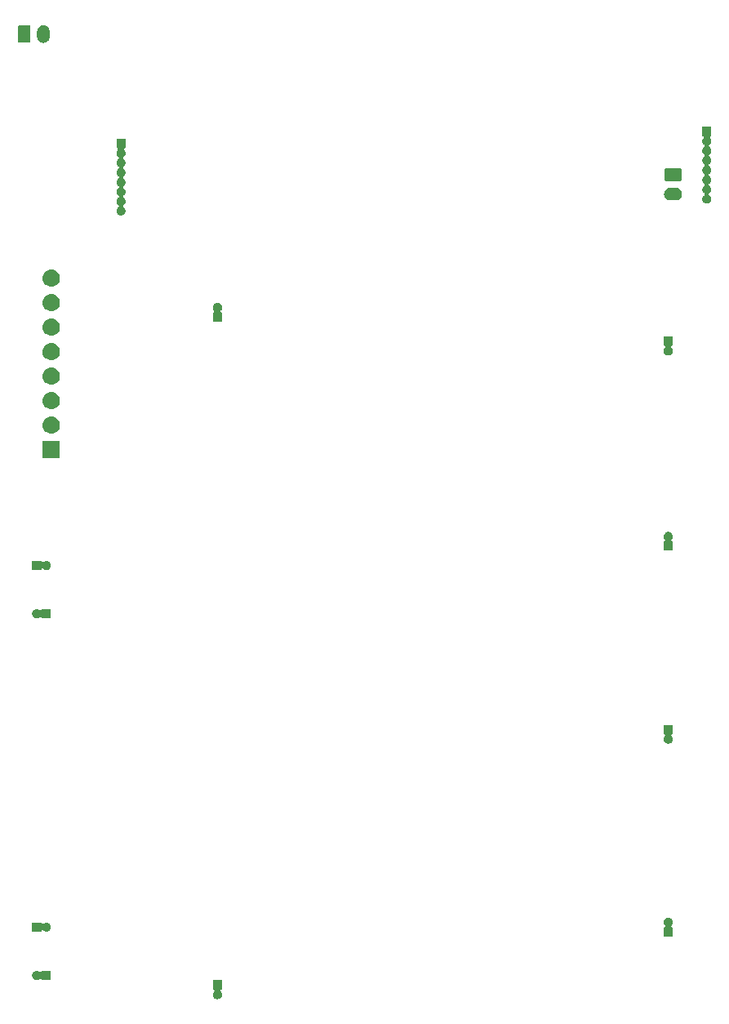
<source format=gbr>
G04 #@! TF.GenerationSoftware,KiCad,Pcbnew,(5.1.2)-2*
G04 #@! TF.CreationDate,2019-07-18T11:18:45-04:00*
G04 #@! TF.ProjectId,Burt,42757274-2e6b-4696-9361-645f70636258,rev?*
G04 #@! TF.SameCoordinates,Original*
G04 #@! TF.FileFunction,Soldermask,Bot*
G04 #@! TF.FilePolarity,Negative*
%FSLAX46Y46*%
G04 Gerber Fmt 4.6, Leading zero omitted, Abs format (unit mm)*
G04 Created by KiCad (PCBNEW (5.1.2)-2) date 2019-07-18 11:18:45*
%MOMM*%
%LPD*%
G04 APERTURE LIST*
%ADD10C,0.100000*%
G04 APERTURE END LIST*
D10*
G36*
X14226000Y-40976000D02*
G01*
X14200025Y-40976000D01*
X14175639Y-40978402D01*
X14152190Y-40985515D01*
X14130579Y-40997066D01*
X14111637Y-41012611D01*
X14096092Y-41031553D01*
X14084541Y-41053164D01*
X14077428Y-41076613D01*
X14075026Y-41100999D01*
X14077428Y-41125385D01*
X14084541Y-41148834D01*
X14103396Y-41180292D01*
X14147694Y-41234269D01*
X14191894Y-41316961D01*
X14219113Y-41406688D01*
X14228303Y-41500000D01*
X14219113Y-41593312D01*
X14191894Y-41683039D01*
X14147694Y-41765731D01*
X14088211Y-41838211D01*
X14015731Y-41897694D01*
X13933039Y-41941894D01*
X13843312Y-41969113D01*
X13773384Y-41976000D01*
X13726616Y-41976000D01*
X13656688Y-41969113D01*
X13566961Y-41941894D01*
X13484269Y-41897694D01*
X13411789Y-41838211D01*
X13352306Y-41765731D01*
X13308106Y-41683039D01*
X13280887Y-41593312D01*
X13271697Y-41500000D01*
X13280887Y-41406688D01*
X13308106Y-41316961D01*
X13352306Y-41234269D01*
X13396606Y-41180289D01*
X13410214Y-41159923D01*
X13419592Y-41137284D01*
X13424372Y-41113251D01*
X13424372Y-41088747D01*
X13419592Y-41064714D01*
X13410214Y-41042075D01*
X13396600Y-41021700D01*
X13379273Y-41004373D01*
X13358899Y-40990760D01*
X13336260Y-40981382D01*
X13299975Y-40976000D01*
X13274000Y-40976000D01*
X13274000Y-40024000D01*
X14226000Y-40024000D01*
X14226000Y-40976000D01*
X14226000Y-40976000D01*
G37*
G36*
X-4906688Y-39030887D02*
G01*
X-4816961Y-39058106D01*
X-4734269Y-39102306D01*
X-4680289Y-39146606D01*
X-4659923Y-39160214D01*
X-4637284Y-39169592D01*
X-4613251Y-39174372D01*
X-4588747Y-39174372D01*
X-4564714Y-39169592D01*
X-4542075Y-39160214D01*
X-4521700Y-39146600D01*
X-4504373Y-39129273D01*
X-4490760Y-39108899D01*
X-4481382Y-39086260D01*
X-4476000Y-39049975D01*
X-4476000Y-39024000D01*
X-3524000Y-39024000D01*
X-3524000Y-39976000D01*
X-4476000Y-39976000D01*
X-4476000Y-39950025D01*
X-4478402Y-39925639D01*
X-4485515Y-39902190D01*
X-4497066Y-39880579D01*
X-4512611Y-39861637D01*
X-4531553Y-39846092D01*
X-4553164Y-39834541D01*
X-4576613Y-39827428D01*
X-4600999Y-39825026D01*
X-4625385Y-39827428D01*
X-4648834Y-39834541D01*
X-4680292Y-39853396D01*
X-4734269Y-39897694D01*
X-4816961Y-39941894D01*
X-4906688Y-39969113D01*
X-4976616Y-39976000D01*
X-5023384Y-39976000D01*
X-5093312Y-39969113D01*
X-5183039Y-39941894D01*
X-5265731Y-39897694D01*
X-5338211Y-39838211D01*
X-5397694Y-39765731D01*
X-5441894Y-39683039D01*
X-5469113Y-39593312D01*
X-5478303Y-39500000D01*
X-5469113Y-39406688D01*
X-5441894Y-39316961D01*
X-5397694Y-39234269D01*
X-5338211Y-39161789D01*
X-5265731Y-39102306D01*
X-5183039Y-39058106D01*
X-5093312Y-39030887D01*
X-5023384Y-39024000D01*
X-4976616Y-39024000D01*
X-4906688Y-39030887D01*
X-4906688Y-39030887D01*
G37*
G36*
X60593312Y-33530887D02*
G01*
X60683039Y-33558106D01*
X60765731Y-33602306D01*
X60838211Y-33661789D01*
X60897694Y-33734269D01*
X60941894Y-33816961D01*
X60969113Y-33906688D01*
X60978303Y-34000000D01*
X60969113Y-34093312D01*
X60941894Y-34183039D01*
X60897694Y-34265731D01*
X60853394Y-34319711D01*
X60839786Y-34340077D01*
X60830408Y-34362716D01*
X60825628Y-34386749D01*
X60825628Y-34411253D01*
X60830408Y-34435286D01*
X60839786Y-34457925D01*
X60853400Y-34478300D01*
X60870727Y-34495627D01*
X60891101Y-34509240D01*
X60913740Y-34518618D01*
X60950025Y-34524000D01*
X60976000Y-34524000D01*
X60976000Y-35476000D01*
X60024000Y-35476000D01*
X60024000Y-34524000D01*
X60049975Y-34524000D01*
X60074361Y-34521598D01*
X60097810Y-34514485D01*
X60119421Y-34502934D01*
X60138363Y-34487389D01*
X60153908Y-34468447D01*
X60165459Y-34446836D01*
X60172572Y-34423387D01*
X60174974Y-34399001D01*
X60172572Y-34374615D01*
X60165459Y-34351166D01*
X60146604Y-34319708D01*
X60102306Y-34265731D01*
X60058106Y-34183039D01*
X60030887Y-34093312D01*
X60021697Y-34000000D01*
X60030887Y-33906688D01*
X60058106Y-33816961D01*
X60102306Y-33734269D01*
X60161789Y-33661789D01*
X60234269Y-33602306D01*
X60316961Y-33558106D01*
X60406688Y-33530887D01*
X60476616Y-33524000D01*
X60523384Y-33524000D01*
X60593312Y-33530887D01*
X60593312Y-33530887D01*
G37*
G36*
X-4524000Y-34049975D02*
G01*
X-4521598Y-34074361D01*
X-4514485Y-34097810D01*
X-4502934Y-34119421D01*
X-4487389Y-34138363D01*
X-4468447Y-34153908D01*
X-4446836Y-34165459D01*
X-4423387Y-34172572D01*
X-4399001Y-34174974D01*
X-4374615Y-34172572D01*
X-4351166Y-34165459D01*
X-4319708Y-34146604D01*
X-4265731Y-34102306D01*
X-4183039Y-34058106D01*
X-4093312Y-34030887D01*
X-4023384Y-34024000D01*
X-3976616Y-34024000D01*
X-3906688Y-34030887D01*
X-3816961Y-34058106D01*
X-3734269Y-34102306D01*
X-3661789Y-34161789D01*
X-3602306Y-34234269D01*
X-3558106Y-34316961D01*
X-3530887Y-34406688D01*
X-3521697Y-34500000D01*
X-3530887Y-34593312D01*
X-3558106Y-34683039D01*
X-3602306Y-34765731D01*
X-3661789Y-34838211D01*
X-3734269Y-34897694D01*
X-3816961Y-34941894D01*
X-3906688Y-34969113D01*
X-3976616Y-34976000D01*
X-4023384Y-34976000D01*
X-4093312Y-34969113D01*
X-4183039Y-34941894D01*
X-4265731Y-34897694D01*
X-4319711Y-34853394D01*
X-4340077Y-34839786D01*
X-4362716Y-34830408D01*
X-4386749Y-34825628D01*
X-4411253Y-34825628D01*
X-4435286Y-34830408D01*
X-4457925Y-34839786D01*
X-4478300Y-34853400D01*
X-4495627Y-34870727D01*
X-4509240Y-34891101D01*
X-4518618Y-34913740D01*
X-4524000Y-34950025D01*
X-4524000Y-34976000D01*
X-5476000Y-34976000D01*
X-5476000Y-34024000D01*
X-4524000Y-34024000D01*
X-4524000Y-34049975D01*
X-4524000Y-34049975D01*
G37*
G36*
X60976000Y-14476000D02*
G01*
X60950025Y-14476000D01*
X60925639Y-14478402D01*
X60902190Y-14485515D01*
X60880579Y-14497066D01*
X60861637Y-14512611D01*
X60846092Y-14531553D01*
X60834541Y-14553164D01*
X60827428Y-14576613D01*
X60825026Y-14600999D01*
X60827428Y-14625385D01*
X60834541Y-14648834D01*
X60853396Y-14680292D01*
X60897694Y-14734269D01*
X60941894Y-14816961D01*
X60969113Y-14906688D01*
X60978303Y-15000000D01*
X60969113Y-15093312D01*
X60941894Y-15183039D01*
X60897694Y-15265731D01*
X60838211Y-15338211D01*
X60765731Y-15397694D01*
X60683039Y-15441894D01*
X60593312Y-15469113D01*
X60523384Y-15476000D01*
X60476616Y-15476000D01*
X60406688Y-15469113D01*
X60316961Y-15441894D01*
X60234269Y-15397694D01*
X60161789Y-15338211D01*
X60102306Y-15265731D01*
X60058106Y-15183039D01*
X60030887Y-15093312D01*
X60021697Y-15000000D01*
X60030887Y-14906688D01*
X60058106Y-14816961D01*
X60102306Y-14734269D01*
X60146606Y-14680289D01*
X60160214Y-14659923D01*
X60169592Y-14637284D01*
X60174372Y-14613251D01*
X60174372Y-14588747D01*
X60169592Y-14564714D01*
X60160214Y-14542075D01*
X60146600Y-14521700D01*
X60129273Y-14504373D01*
X60108899Y-14490760D01*
X60086260Y-14481382D01*
X60049975Y-14476000D01*
X60024000Y-14476000D01*
X60024000Y-13524000D01*
X60976000Y-13524000D01*
X60976000Y-14476000D01*
X60976000Y-14476000D01*
G37*
G36*
X-4906688Y-1530887D02*
G01*
X-4816961Y-1558106D01*
X-4734269Y-1602306D01*
X-4680289Y-1646606D01*
X-4659923Y-1660214D01*
X-4637284Y-1669592D01*
X-4613251Y-1674372D01*
X-4588747Y-1674372D01*
X-4564714Y-1669592D01*
X-4542075Y-1660214D01*
X-4521700Y-1646600D01*
X-4504373Y-1629273D01*
X-4490760Y-1608899D01*
X-4481382Y-1586260D01*
X-4476000Y-1549975D01*
X-4476000Y-1524000D01*
X-3524000Y-1524000D01*
X-3524000Y-2476000D01*
X-4476000Y-2476000D01*
X-4476000Y-2450025D01*
X-4478402Y-2425639D01*
X-4485515Y-2402190D01*
X-4497066Y-2380579D01*
X-4512611Y-2361637D01*
X-4531553Y-2346092D01*
X-4553164Y-2334541D01*
X-4576613Y-2327428D01*
X-4600999Y-2325026D01*
X-4625385Y-2327428D01*
X-4648834Y-2334541D01*
X-4680292Y-2353396D01*
X-4734269Y-2397694D01*
X-4816961Y-2441894D01*
X-4906688Y-2469113D01*
X-4976616Y-2476000D01*
X-5023384Y-2476000D01*
X-5093312Y-2469113D01*
X-5183039Y-2441894D01*
X-5265731Y-2397694D01*
X-5338211Y-2338211D01*
X-5397694Y-2265731D01*
X-5441894Y-2183039D01*
X-5469113Y-2093312D01*
X-5478303Y-2000000D01*
X-5469113Y-1906688D01*
X-5441894Y-1816961D01*
X-5397694Y-1734269D01*
X-5338211Y-1661789D01*
X-5265731Y-1602306D01*
X-5183039Y-1558106D01*
X-5093312Y-1530887D01*
X-5023384Y-1524000D01*
X-4976616Y-1524000D01*
X-4906688Y-1530887D01*
X-4906688Y-1530887D01*
G37*
G36*
X-4524000Y3450025D02*
G01*
X-4521598Y3425639D01*
X-4514485Y3402190D01*
X-4502934Y3380579D01*
X-4487389Y3361637D01*
X-4468447Y3346092D01*
X-4446836Y3334541D01*
X-4423387Y3327428D01*
X-4399001Y3325026D01*
X-4374615Y3327428D01*
X-4351166Y3334541D01*
X-4319708Y3353396D01*
X-4265731Y3397694D01*
X-4183039Y3441894D01*
X-4093312Y3469113D01*
X-4023384Y3476000D01*
X-3976616Y3476000D01*
X-3906688Y3469113D01*
X-3816961Y3441894D01*
X-3734269Y3397694D01*
X-3661789Y3338211D01*
X-3602306Y3265731D01*
X-3558106Y3183039D01*
X-3530887Y3093312D01*
X-3521697Y3000000D01*
X-3530887Y2906688D01*
X-3558106Y2816961D01*
X-3602306Y2734269D01*
X-3661789Y2661789D01*
X-3734269Y2602306D01*
X-3816961Y2558106D01*
X-3906688Y2530887D01*
X-3976616Y2524000D01*
X-4023384Y2524000D01*
X-4093312Y2530887D01*
X-4183039Y2558106D01*
X-4265731Y2602306D01*
X-4319711Y2646606D01*
X-4340077Y2660214D01*
X-4362716Y2669592D01*
X-4386749Y2674372D01*
X-4411253Y2674372D01*
X-4435286Y2669592D01*
X-4457925Y2660214D01*
X-4478300Y2646600D01*
X-4495627Y2629273D01*
X-4509240Y2608899D01*
X-4518618Y2586260D01*
X-4524000Y2549975D01*
X-4524000Y2524000D01*
X-5476000Y2524000D01*
X-5476000Y3476000D01*
X-4524000Y3476000D01*
X-4524000Y3450025D01*
X-4524000Y3450025D01*
G37*
G36*
X60593312Y6469113D02*
G01*
X60683039Y6441894D01*
X60765731Y6397694D01*
X60838211Y6338211D01*
X60897694Y6265731D01*
X60941894Y6183039D01*
X60969113Y6093312D01*
X60978303Y6000000D01*
X60969113Y5906688D01*
X60941894Y5816961D01*
X60897694Y5734269D01*
X60853394Y5680289D01*
X60839786Y5659923D01*
X60830408Y5637284D01*
X60825628Y5613251D01*
X60825628Y5588747D01*
X60830408Y5564714D01*
X60839786Y5542075D01*
X60853400Y5521700D01*
X60870727Y5504373D01*
X60891101Y5490760D01*
X60913740Y5481382D01*
X60950025Y5476000D01*
X60976000Y5476000D01*
X60976000Y4524000D01*
X60024000Y4524000D01*
X60024000Y5476000D01*
X60049975Y5476000D01*
X60074361Y5478402D01*
X60097810Y5485515D01*
X60119421Y5497066D01*
X60138363Y5512611D01*
X60153908Y5531553D01*
X60165459Y5553164D01*
X60172572Y5576613D01*
X60174974Y5600999D01*
X60172572Y5625385D01*
X60165459Y5648834D01*
X60146604Y5680292D01*
X60102306Y5734269D01*
X60058106Y5816961D01*
X60030887Y5906688D01*
X60021697Y6000000D01*
X60030887Y6093312D01*
X60058106Y6183039D01*
X60102306Y6265731D01*
X60161789Y6338211D01*
X60234269Y6397694D01*
X60316961Y6441894D01*
X60406688Y6469113D01*
X60476616Y6476000D01*
X60523384Y6476000D01*
X60593312Y6469113D01*
X60593312Y6469113D01*
G37*
G36*
X-2599000Y14099000D02*
G01*
X-4401000Y14099000D01*
X-4401000Y15901000D01*
X-2599000Y15901000D01*
X-2599000Y14099000D01*
X-2599000Y14099000D01*
G37*
G36*
X-3389557Y18434481D02*
G01*
X-3323373Y18427963D01*
X-3153534Y18376443D01*
X-2997009Y18292778D01*
X-2961271Y18263448D01*
X-2859814Y18180186D01*
X-2776552Y18078729D01*
X-2747222Y18042991D01*
X-2663557Y17886466D01*
X-2612037Y17716627D01*
X-2594641Y17540000D01*
X-2612037Y17363373D01*
X-2663557Y17193534D01*
X-2747222Y17037009D01*
X-2776552Y17001271D01*
X-2859814Y16899814D01*
X-2961271Y16816552D01*
X-2997009Y16787222D01*
X-3153534Y16703557D01*
X-3323373Y16652037D01*
X-3389558Y16645518D01*
X-3455740Y16639000D01*
X-3544260Y16639000D01*
X-3610442Y16645518D01*
X-3676627Y16652037D01*
X-3846466Y16703557D01*
X-4002991Y16787222D01*
X-4038729Y16816552D01*
X-4140186Y16899814D01*
X-4223448Y17001271D01*
X-4252778Y17037009D01*
X-4336443Y17193534D01*
X-4387963Y17363373D01*
X-4405359Y17540000D01*
X-4387963Y17716627D01*
X-4336443Y17886466D01*
X-4252778Y18042991D01*
X-4223448Y18078729D01*
X-4140186Y18180186D01*
X-4038729Y18263448D01*
X-4002991Y18292778D01*
X-3846466Y18376443D01*
X-3676627Y18427963D01*
X-3610443Y18434481D01*
X-3544260Y18441000D01*
X-3455740Y18441000D01*
X-3389557Y18434481D01*
X-3389557Y18434481D01*
G37*
G36*
X-3389557Y20974481D02*
G01*
X-3323373Y20967963D01*
X-3153534Y20916443D01*
X-2997009Y20832778D01*
X-2961271Y20803448D01*
X-2859814Y20720186D01*
X-2776552Y20618729D01*
X-2747222Y20582991D01*
X-2663557Y20426466D01*
X-2612037Y20256627D01*
X-2594641Y20080000D01*
X-2612037Y19903373D01*
X-2663557Y19733534D01*
X-2747222Y19577009D01*
X-2776552Y19541271D01*
X-2859814Y19439814D01*
X-2961271Y19356552D01*
X-2997009Y19327222D01*
X-3153534Y19243557D01*
X-3323373Y19192037D01*
X-3389558Y19185518D01*
X-3455740Y19179000D01*
X-3544260Y19179000D01*
X-3610442Y19185518D01*
X-3676627Y19192037D01*
X-3846466Y19243557D01*
X-4002991Y19327222D01*
X-4038729Y19356552D01*
X-4140186Y19439814D01*
X-4223448Y19541271D01*
X-4252778Y19577009D01*
X-4336443Y19733534D01*
X-4387963Y19903373D01*
X-4405359Y20080000D01*
X-4387963Y20256627D01*
X-4336443Y20426466D01*
X-4252778Y20582991D01*
X-4223448Y20618729D01*
X-4140186Y20720186D01*
X-4038729Y20803448D01*
X-4002991Y20832778D01*
X-3846466Y20916443D01*
X-3676627Y20967963D01*
X-3610443Y20974481D01*
X-3544260Y20981000D01*
X-3455740Y20981000D01*
X-3389557Y20974481D01*
X-3389557Y20974481D01*
G37*
G36*
X-3389558Y23514482D02*
G01*
X-3323373Y23507963D01*
X-3153534Y23456443D01*
X-2997009Y23372778D01*
X-2961271Y23343448D01*
X-2859814Y23260186D01*
X-2776552Y23158729D01*
X-2747222Y23122991D01*
X-2663557Y22966466D01*
X-2612037Y22796627D01*
X-2594641Y22620000D01*
X-2612037Y22443373D01*
X-2663557Y22273534D01*
X-2747222Y22117009D01*
X-2776552Y22081271D01*
X-2859814Y21979814D01*
X-2961271Y21896552D01*
X-2997009Y21867222D01*
X-3153534Y21783557D01*
X-3323373Y21732037D01*
X-3389558Y21725518D01*
X-3455740Y21719000D01*
X-3544260Y21719000D01*
X-3610442Y21725518D01*
X-3676627Y21732037D01*
X-3846466Y21783557D01*
X-4002991Y21867222D01*
X-4038729Y21896552D01*
X-4140186Y21979814D01*
X-4223448Y22081271D01*
X-4252778Y22117009D01*
X-4336443Y22273534D01*
X-4387963Y22443373D01*
X-4405359Y22620000D01*
X-4387963Y22796627D01*
X-4336443Y22966466D01*
X-4252778Y23122991D01*
X-4223448Y23158729D01*
X-4140186Y23260186D01*
X-4038729Y23343448D01*
X-4002991Y23372778D01*
X-3846466Y23456443D01*
X-3676627Y23507963D01*
X-3610442Y23514482D01*
X-3544260Y23521000D01*
X-3455740Y23521000D01*
X-3389558Y23514482D01*
X-3389558Y23514482D01*
G37*
G36*
X-3389558Y26054482D02*
G01*
X-3323373Y26047963D01*
X-3153534Y25996443D01*
X-2997009Y25912778D01*
X-2961271Y25883448D01*
X-2859814Y25800186D01*
X-2776552Y25698729D01*
X-2747222Y25662991D01*
X-2663557Y25506466D01*
X-2612037Y25336627D01*
X-2594641Y25160000D01*
X-2612037Y24983373D01*
X-2633752Y24911789D01*
X-2663558Y24813532D01*
X-2705389Y24735272D01*
X-2747222Y24657009D01*
X-2776552Y24621271D01*
X-2859814Y24519814D01*
X-2961271Y24436552D01*
X-2997009Y24407222D01*
X-3153534Y24323557D01*
X-3323373Y24272037D01*
X-3389558Y24265518D01*
X-3455740Y24259000D01*
X-3544260Y24259000D01*
X-3610442Y24265518D01*
X-3676627Y24272037D01*
X-3846466Y24323557D01*
X-4002991Y24407222D01*
X-4038729Y24436552D01*
X-4140186Y24519814D01*
X-4223448Y24621271D01*
X-4252778Y24657009D01*
X-4294611Y24735272D01*
X-4336442Y24813532D01*
X-4366248Y24911789D01*
X-4387963Y24983373D01*
X-4405359Y25160000D01*
X-4387963Y25336627D01*
X-4336443Y25506466D01*
X-4252778Y25662991D01*
X-4223448Y25698729D01*
X-4140186Y25800186D01*
X-4038729Y25883448D01*
X-4002991Y25912778D01*
X-3846466Y25996443D01*
X-3676627Y26047963D01*
X-3610442Y26054482D01*
X-3544260Y26061000D01*
X-3455740Y26061000D01*
X-3389558Y26054482D01*
X-3389558Y26054482D01*
G37*
G36*
X60976000Y25774000D02*
G01*
X60950025Y25774000D01*
X60925639Y25771598D01*
X60902190Y25764485D01*
X60880579Y25752934D01*
X60861637Y25737389D01*
X60846092Y25718447D01*
X60834541Y25696836D01*
X60827428Y25673387D01*
X60825026Y25649001D01*
X60827428Y25624615D01*
X60834541Y25601166D01*
X60853396Y25569708D01*
X60897694Y25515731D01*
X60941894Y25433039D01*
X60969113Y25343312D01*
X60978303Y25250000D01*
X60969113Y25156688D01*
X60941894Y25066961D01*
X60897694Y24984269D01*
X60838211Y24911789D01*
X60765731Y24852306D01*
X60683039Y24808106D01*
X60593312Y24780887D01*
X60523384Y24774000D01*
X60476616Y24774000D01*
X60406688Y24780887D01*
X60316961Y24808106D01*
X60234269Y24852306D01*
X60161789Y24911789D01*
X60102306Y24984269D01*
X60058106Y25066961D01*
X60030887Y25156688D01*
X60021697Y25250000D01*
X60030887Y25343312D01*
X60058106Y25433039D01*
X60102306Y25515731D01*
X60146606Y25569711D01*
X60160214Y25590077D01*
X60169592Y25612716D01*
X60174372Y25636749D01*
X60174372Y25661253D01*
X60169592Y25685286D01*
X60160214Y25707925D01*
X60146600Y25728300D01*
X60129273Y25745627D01*
X60108899Y25759240D01*
X60086260Y25768618D01*
X60049975Y25774000D01*
X60024000Y25774000D01*
X60024000Y26726000D01*
X60976000Y26726000D01*
X60976000Y25774000D01*
X60976000Y25774000D01*
G37*
G36*
X-3389558Y28594482D02*
G01*
X-3323373Y28587963D01*
X-3153534Y28536443D01*
X-2997009Y28452778D01*
X-2961271Y28423448D01*
X-2859814Y28340186D01*
X-2776552Y28238729D01*
X-2747222Y28202991D01*
X-2663557Y28046466D01*
X-2612037Y27876627D01*
X-2594641Y27700000D01*
X-2612037Y27523373D01*
X-2663557Y27353534D01*
X-2747222Y27197009D01*
X-2776552Y27161271D01*
X-2859814Y27059814D01*
X-2961271Y26976552D01*
X-2997009Y26947222D01*
X-3153534Y26863557D01*
X-3323373Y26812037D01*
X-3389558Y26805518D01*
X-3455740Y26799000D01*
X-3544260Y26799000D01*
X-3610442Y26805518D01*
X-3676627Y26812037D01*
X-3846466Y26863557D01*
X-4002991Y26947222D01*
X-4038729Y26976552D01*
X-4140186Y27059814D01*
X-4223448Y27161271D01*
X-4252778Y27197009D01*
X-4336443Y27353534D01*
X-4387963Y27523373D01*
X-4405359Y27700000D01*
X-4387963Y27876627D01*
X-4336443Y28046466D01*
X-4252778Y28202991D01*
X-4223448Y28238729D01*
X-4140186Y28340186D01*
X-4038729Y28423448D01*
X-4002991Y28452778D01*
X-3846466Y28536443D01*
X-3676627Y28587963D01*
X-3610442Y28594482D01*
X-3544260Y28601000D01*
X-3455740Y28601000D01*
X-3389558Y28594482D01*
X-3389558Y28594482D01*
G37*
G36*
X13843312Y30219113D02*
G01*
X13933039Y30191894D01*
X14015731Y30147694D01*
X14088211Y30088211D01*
X14147694Y30015731D01*
X14191894Y29933039D01*
X14219113Y29843312D01*
X14228303Y29750000D01*
X14219113Y29656688D01*
X14191894Y29566961D01*
X14147694Y29484269D01*
X14103394Y29430289D01*
X14089786Y29409923D01*
X14080408Y29387284D01*
X14075628Y29363251D01*
X14075628Y29338747D01*
X14080408Y29314714D01*
X14089786Y29292075D01*
X14103400Y29271700D01*
X14120727Y29254373D01*
X14141101Y29240760D01*
X14163740Y29231382D01*
X14200025Y29226000D01*
X14226000Y29226000D01*
X14226000Y28274000D01*
X13274000Y28274000D01*
X13274000Y29226000D01*
X13299975Y29226000D01*
X13324361Y29228402D01*
X13347810Y29235515D01*
X13369421Y29247066D01*
X13388363Y29262611D01*
X13403908Y29281553D01*
X13415459Y29303164D01*
X13422572Y29326613D01*
X13424974Y29350999D01*
X13422572Y29375385D01*
X13415459Y29398834D01*
X13396604Y29430292D01*
X13352306Y29484269D01*
X13308106Y29566961D01*
X13280887Y29656688D01*
X13271697Y29750000D01*
X13280887Y29843312D01*
X13308106Y29933039D01*
X13352306Y30015731D01*
X13411789Y30088211D01*
X13484269Y30147694D01*
X13566961Y30191894D01*
X13656688Y30219113D01*
X13726616Y30226000D01*
X13773384Y30226000D01*
X13843312Y30219113D01*
X13843312Y30219113D01*
G37*
G36*
X-3389557Y31134481D02*
G01*
X-3323373Y31127963D01*
X-3153534Y31076443D01*
X-2997009Y30992778D01*
X-2961271Y30963448D01*
X-2859814Y30880186D01*
X-2776552Y30778729D01*
X-2747222Y30742991D01*
X-2663557Y30586466D01*
X-2612037Y30416627D01*
X-2594641Y30240000D01*
X-2612037Y30063373D01*
X-2663557Y29893534D01*
X-2747222Y29737009D01*
X-2776552Y29701271D01*
X-2859814Y29599814D01*
X-2961271Y29516552D01*
X-2997009Y29487222D01*
X-3153534Y29403557D01*
X-3323373Y29352037D01*
X-3389558Y29345518D01*
X-3455740Y29339000D01*
X-3544260Y29339000D01*
X-3610442Y29345518D01*
X-3676627Y29352037D01*
X-3846466Y29403557D01*
X-4002991Y29487222D01*
X-4038729Y29516552D01*
X-4140186Y29599814D01*
X-4223448Y29701271D01*
X-4252778Y29737009D01*
X-4336443Y29893534D01*
X-4387963Y30063373D01*
X-4405359Y30240000D01*
X-4387963Y30416627D01*
X-4336443Y30586466D01*
X-4252778Y30742991D01*
X-4223448Y30778729D01*
X-4140186Y30880186D01*
X-4038729Y30963448D01*
X-4002991Y30992778D01*
X-3846466Y31076443D01*
X-3676627Y31127963D01*
X-3610443Y31134481D01*
X-3544260Y31141000D01*
X-3455740Y31141000D01*
X-3389557Y31134481D01*
X-3389557Y31134481D01*
G37*
G36*
X-3389558Y33674482D02*
G01*
X-3323373Y33667963D01*
X-3153534Y33616443D01*
X-2997009Y33532778D01*
X-2961271Y33503448D01*
X-2859814Y33420186D01*
X-2776552Y33318729D01*
X-2747222Y33282991D01*
X-2663557Y33126466D01*
X-2612037Y32956627D01*
X-2594641Y32780000D01*
X-2612037Y32603373D01*
X-2663557Y32433534D01*
X-2747222Y32277009D01*
X-2776552Y32241271D01*
X-2859814Y32139814D01*
X-2961271Y32056552D01*
X-2997009Y32027222D01*
X-3153534Y31943557D01*
X-3323373Y31892037D01*
X-3389558Y31885518D01*
X-3455740Y31879000D01*
X-3544260Y31879000D01*
X-3610442Y31885518D01*
X-3676627Y31892037D01*
X-3846466Y31943557D01*
X-4002991Y32027222D01*
X-4038729Y32056552D01*
X-4140186Y32139814D01*
X-4223448Y32241271D01*
X-4252778Y32277009D01*
X-4336443Y32433534D01*
X-4387963Y32603373D01*
X-4405359Y32780000D01*
X-4387963Y32956627D01*
X-4336443Y33126466D01*
X-4252778Y33282991D01*
X-4223448Y33318729D01*
X-4140186Y33420186D01*
X-4038729Y33503448D01*
X-4002991Y33532778D01*
X-3846466Y33616443D01*
X-3676627Y33667963D01*
X-3610442Y33674482D01*
X-3544260Y33681000D01*
X-3455740Y33681000D01*
X-3389558Y33674482D01*
X-3389558Y33674482D01*
G37*
G36*
X4226000Y46274000D02*
G01*
X4200025Y46274000D01*
X4175639Y46271598D01*
X4152190Y46264485D01*
X4130579Y46252934D01*
X4111637Y46237389D01*
X4096092Y46218447D01*
X4084541Y46196836D01*
X4077428Y46173387D01*
X4075026Y46149001D01*
X4077428Y46124615D01*
X4084541Y46101166D01*
X4103396Y46069708D01*
X4147694Y46015731D01*
X4191894Y45933039D01*
X4219113Y45843312D01*
X4228303Y45750000D01*
X4219113Y45656688D01*
X4191894Y45566961D01*
X4147694Y45484269D01*
X4088211Y45411789D01*
X4015731Y45352306D01*
X4015726Y45352303D01*
X4008808Y45346626D01*
X3991481Y45329299D01*
X3977867Y45308925D01*
X3968490Y45286286D01*
X3963709Y45262253D01*
X3963709Y45237749D01*
X3968489Y45213715D01*
X3977866Y45191076D01*
X3991480Y45170702D01*
X4008808Y45153374D01*
X4015726Y45147697D01*
X4015731Y45147694D01*
X4088211Y45088211D01*
X4147694Y45015731D01*
X4191894Y44933039D01*
X4219113Y44843312D01*
X4228303Y44750000D01*
X4219113Y44656688D01*
X4191894Y44566961D01*
X4147694Y44484269D01*
X4088211Y44411789D01*
X4015731Y44352306D01*
X4015726Y44352303D01*
X4008808Y44346626D01*
X3991481Y44329299D01*
X3977867Y44308925D01*
X3968490Y44286286D01*
X3963709Y44262253D01*
X3963709Y44237749D01*
X3968489Y44213715D01*
X3977866Y44191076D01*
X3991480Y44170702D01*
X4008808Y44153374D01*
X4015726Y44147697D01*
X4015731Y44147694D01*
X4088211Y44088211D01*
X4147694Y44015731D01*
X4191894Y43933039D01*
X4219113Y43843312D01*
X4228303Y43750000D01*
X4219113Y43656688D01*
X4191894Y43566961D01*
X4147694Y43484269D01*
X4088211Y43411789D01*
X4015731Y43352306D01*
X4015726Y43352303D01*
X4008808Y43346626D01*
X3991481Y43329299D01*
X3977867Y43308925D01*
X3968490Y43286286D01*
X3963709Y43262253D01*
X3963709Y43237749D01*
X3968489Y43213715D01*
X3977866Y43191076D01*
X3991480Y43170702D01*
X4008808Y43153374D01*
X4015726Y43147697D01*
X4015731Y43147694D01*
X4088211Y43088211D01*
X4147694Y43015731D01*
X4191894Y42933039D01*
X4219113Y42843312D01*
X4228303Y42750000D01*
X4219113Y42656688D01*
X4191894Y42566961D01*
X4147694Y42484269D01*
X4088211Y42411789D01*
X4015731Y42352306D01*
X4015726Y42352303D01*
X4008808Y42346626D01*
X3991481Y42329299D01*
X3977867Y42308925D01*
X3968490Y42286286D01*
X3963709Y42262253D01*
X3963709Y42237749D01*
X3968489Y42213715D01*
X3977866Y42191076D01*
X3991480Y42170702D01*
X4008808Y42153374D01*
X4015726Y42147697D01*
X4015731Y42147694D01*
X4088211Y42088211D01*
X4147694Y42015731D01*
X4191894Y41933039D01*
X4219113Y41843312D01*
X4228303Y41750000D01*
X4219113Y41656688D01*
X4191894Y41566961D01*
X4147694Y41484269D01*
X4088211Y41411789D01*
X4015731Y41352306D01*
X4015726Y41352303D01*
X4008808Y41346626D01*
X3991481Y41329299D01*
X3977867Y41308925D01*
X3968490Y41286286D01*
X3963709Y41262253D01*
X3963709Y41237749D01*
X3968489Y41213715D01*
X3977866Y41191076D01*
X3991480Y41170702D01*
X4008808Y41153374D01*
X4015726Y41147697D01*
X4015731Y41147694D01*
X4088211Y41088211D01*
X4147694Y41015731D01*
X4191894Y40933039D01*
X4219113Y40843312D01*
X4228303Y40750000D01*
X4219113Y40656688D01*
X4191894Y40566961D01*
X4147694Y40484269D01*
X4088211Y40411789D01*
X4015731Y40352306D01*
X4015726Y40352303D01*
X4008808Y40346626D01*
X3991481Y40329299D01*
X3977867Y40308925D01*
X3968490Y40286286D01*
X3963709Y40262253D01*
X3963709Y40237749D01*
X3968489Y40213715D01*
X3977866Y40191076D01*
X3991480Y40170702D01*
X4008808Y40153374D01*
X4015726Y40147697D01*
X4015731Y40147694D01*
X4088211Y40088211D01*
X4147694Y40015731D01*
X4191894Y39933039D01*
X4219113Y39843312D01*
X4228303Y39750000D01*
X4219113Y39656688D01*
X4191894Y39566961D01*
X4147694Y39484269D01*
X4088211Y39411789D01*
X4015731Y39352306D01*
X3933039Y39308106D01*
X3843312Y39280887D01*
X3773384Y39274000D01*
X3726616Y39274000D01*
X3656688Y39280887D01*
X3566961Y39308106D01*
X3484269Y39352306D01*
X3411789Y39411789D01*
X3352306Y39484269D01*
X3308106Y39566961D01*
X3280887Y39656688D01*
X3271697Y39750000D01*
X3280887Y39843312D01*
X3308106Y39933039D01*
X3352306Y40015731D01*
X3411789Y40088211D01*
X3484269Y40147694D01*
X3484274Y40147697D01*
X3491192Y40153374D01*
X3508519Y40170701D01*
X3522133Y40191075D01*
X3531510Y40213714D01*
X3536291Y40237747D01*
X3536291Y40262251D01*
X3531511Y40286285D01*
X3522134Y40308924D01*
X3508520Y40329298D01*
X3491192Y40346626D01*
X3484274Y40352303D01*
X3484269Y40352306D01*
X3411789Y40411789D01*
X3352306Y40484269D01*
X3308106Y40566961D01*
X3280887Y40656688D01*
X3271697Y40750000D01*
X3280887Y40843312D01*
X3308106Y40933039D01*
X3352306Y41015731D01*
X3411789Y41088211D01*
X3484269Y41147694D01*
X3484274Y41147697D01*
X3491192Y41153374D01*
X3508519Y41170701D01*
X3522133Y41191075D01*
X3531510Y41213714D01*
X3536291Y41237747D01*
X3536291Y41262251D01*
X3531511Y41286285D01*
X3522134Y41308924D01*
X3508520Y41329298D01*
X3491192Y41346626D01*
X3484274Y41352303D01*
X3484269Y41352306D01*
X3411789Y41411789D01*
X3352306Y41484269D01*
X3308106Y41566961D01*
X3280887Y41656688D01*
X3271697Y41750000D01*
X3280887Y41843312D01*
X3308106Y41933039D01*
X3352306Y42015731D01*
X3411789Y42088211D01*
X3484269Y42147694D01*
X3484274Y42147697D01*
X3491192Y42153374D01*
X3508519Y42170701D01*
X3522133Y42191075D01*
X3531510Y42213714D01*
X3536291Y42237747D01*
X3536291Y42262251D01*
X3531511Y42286285D01*
X3522134Y42308924D01*
X3508520Y42329298D01*
X3491192Y42346626D01*
X3484274Y42352303D01*
X3484269Y42352306D01*
X3411789Y42411789D01*
X3352306Y42484269D01*
X3308106Y42566961D01*
X3280887Y42656688D01*
X3271697Y42750000D01*
X3280887Y42843312D01*
X3308106Y42933039D01*
X3352306Y43015731D01*
X3411789Y43088211D01*
X3484269Y43147694D01*
X3484274Y43147697D01*
X3491192Y43153374D01*
X3508519Y43170701D01*
X3522133Y43191075D01*
X3531510Y43213714D01*
X3536291Y43237747D01*
X3536291Y43262251D01*
X3531511Y43286285D01*
X3522134Y43308924D01*
X3508520Y43329298D01*
X3491192Y43346626D01*
X3484274Y43352303D01*
X3484269Y43352306D01*
X3411789Y43411789D01*
X3352306Y43484269D01*
X3308106Y43566961D01*
X3280887Y43656688D01*
X3271697Y43750000D01*
X3280887Y43843312D01*
X3308106Y43933039D01*
X3352306Y44015731D01*
X3411789Y44088211D01*
X3484269Y44147694D01*
X3484274Y44147697D01*
X3491192Y44153374D01*
X3508519Y44170701D01*
X3522133Y44191075D01*
X3531510Y44213714D01*
X3536291Y44237747D01*
X3536291Y44262251D01*
X3531511Y44286285D01*
X3522134Y44308924D01*
X3508520Y44329298D01*
X3491192Y44346626D01*
X3484274Y44352303D01*
X3484269Y44352306D01*
X3411789Y44411789D01*
X3352306Y44484269D01*
X3308106Y44566961D01*
X3280887Y44656688D01*
X3271697Y44750000D01*
X3280887Y44843312D01*
X3308106Y44933039D01*
X3352306Y45015731D01*
X3411789Y45088211D01*
X3484269Y45147694D01*
X3484274Y45147697D01*
X3491192Y45153374D01*
X3508519Y45170701D01*
X3522133Y45191075D01*
X3531510Y45213714D01*
X3536291Y45237747D01*
X3536291Y45262251D01*
X3531511Y45286285D01*
X3522134Y45308924D01*
X3508520Y45329298D01*
X3491192Y45346626D01*
X3484274Y45352303D01*
X3484269Y45352306D01*
X3411789Y45411789D01*
X3352306Y45484269D01*
X3308106Y45566961D01*
X3280887Y45656688D01*
X3271697Y45750000D01*
X3280887Y45843312D01*
X3308106Y45933039D01*
X3352306Y46015731D01*
X3396606Y46069711D01*
X3410214Y46090077D01*
X3419592Y46112716D01*
X3424372Y46136749D01*
X3424372Y46161253D01*
X3419592Y46185286D01*
X3410214Y46207925D01*
X3396600Y46228300D01*
X3379273Y46245627D01*
X3358899Y46259240D01*
X3336260Y46268618D01*
X3299975Y46274000D01*
X3274000Y46274000D01*
X3274000Y47226000D01*
X4226000Y47226000D01*
X4226000Y46274000D01*
X4226000Y46274000D01*
G37*
G36*
X64976000Y47524000D02*
G01*
X64950025Y47524000D01*
X64925639Y47521598D01*
X64902190Y47514485D01*
X64880579Y47502934D01*
X64861637Y47487389D01*
X64846092Y47468447D01*
X64834541Y47446836D01*
X64827428Y47423387D01*
X64825026Y47399001D01*
X64827428Y47374615D01*
X64834541Y47351166D01*
X64853396Y47319708D01*
X64897694Y47265731D01*
X64941894Y47183039D01*
X64969113Y47093312D01*
X64978303Y47000000D01*
X64969113Y46906688D01*
X64941894Y46816961D01*
X64897694Y46734269D01*
X64838211Y46661789D01*
X64765731Y46602306D01*
X64765726Y46602303D01*
X64758808Y46596626D01*
X64741481Y46579299D01*
X64727867Y46558925D01*
X64718490Y46536286D01*
X64713709Y46512253D01*
X64713709Y46487749D01*
X64718489Y46463715D01*
X64727866Y46441076D01*
X64741480Y46420702D01*
X64758808Y46403374D01*
X64765726Y46397697D01*
X64765731Y46397694D01*
X64838211Y46338211D01*
X64897694Y46265731D01*
X64941894Y46183039D01*
X64969113Y46093312D01*
X64978303Y46000000D01*
X64969113Y45906688D01*
X64941894Y45816961D01*
X64897694Y45734269D01*
X64838211Y45661789D01*
X64765731Y45602306D01*
X64765726Y45602303D01*
X64758808Y45596626D01*
X64741481Y45579299D01*
X64727867Y45558925D01*
X64718490Y45536286D01*
X64713709Y45512253D01*
X64713709Y45487749D01*
X64718489Y45463715D01*
X64727866Y45441076D01*
X64741480Y45420702D01*
X64758808Y45403374D01*
X64765726Y45397697D01*
X64765731Y45397694D01*
X64838211Y45338211D01*
X64897694Y45265731D01*
X64941894Y45183039D01*
X64969113Y45093312D01*
X64978303Y45000000D01*
X64969113Y44906688D01*
X64941894Y44816961D01*
X64897694Y44734269D01*
X64838211Y44661789D01*
X64765731Y44602306D01*
X64765726Y44602303D01*
X64758808Y44596626D01*
X64741481Y44579299D01*
X64727867Y44558925D01*
X64718490Y44536286D01*
X64713709Y44512253D01*
X64713709Y44487749D01*
X64718489Y44463715D01*
X64727866Y44441076D01*
X64741480Y44420702D01*
X64758808Y44403374D01*
X64765726Y44397697D01*
X64765731Y44397694D01*
X64838211Y44338211D01*
X64897694Y44265731D01*
X64941894Y44183039D01*
X64969113Y44093312D01*
X64978303Y44000000D01*
X64969113Y43906688D01*
X64941894Y43816961D01*
X64897694Y43734269D01*
X64838211Y43661789D01*
X64765731Y43602306D01*
X64765726Y43602303D01*
X64758808Y43596626D01*
X64741481Y43579299D01*
X64727867Y43558925D01*
X64718490Y43536286D01*
X64713709Y43512253D01*
X64713709Y43487749D01*
X64718489Y43463715D01*
X64727866Y43441076D01*
X64741480Y43420702D01*
X64758808Y43403374D01*
X64765726Y43397697D01*
X64765731Y43397694D01*
X64838211Y43338211D01*
X64897694Y43265731D01*
X64941894Y43183039D01*
X64969113Y43093312D01*
X64978303Y43000000D01*
X64969113Y42906688D01*
X64941894Y42816961D01*
X64897694Y42734269D01*
X64838211Y42661789D01*
X64765731Y42602306D01*
X64765726Y42602303D01*
X64758808Y42596626D01*
X64741481Y42579299D01*
X64727867Y42558925D01*
X64718490Y42536286D01*
X64713709Y42512253D01*
X64713709Y42487749D01*
X64718489Y42463715D01*
X64727866Y42441076D01*
X64741480Y42420702D01*
X64758808Y42403374D01*
X64765726Y42397697D01*
X64765731Y42397694D01*
X64838211Y42338211D01*
X64897694Y42265731D01*
X64941894Y42183039D01*
X64969113Y42093312D01*
X64978303Y42000000D01*
X64969113Y41906688D01*
X64941894Y41816961D01*
X64897694Y41734269D01*
X64838211Y41661789D01*
X64765731Y41602306D01*
X64765726Y41602303D01*
X64758808Y41596626D01*
X64741481Y41579299D01*
X64727867Y41558925D01*
X64718490Y41536286D01*
X64713709Y41512253D01*
X64713709Y41487749D01*
X64718489Y41463715D01*
X64727866Y41441076D01*
X64741480Y41420702D01*
X64758808Y41403374D01*
X64765726Y41397697D01*
X64765731Y41397694D01*
X64838211Y41338211D01*
X64897694Y41265731D01*
X64941894Y41183039D01*
X64969113Y41093312D01*
X64978303Y41000000D01*
X64969113Y40906688D01*
X64941894Y40816961D01*
X64897694Y40734269D01*
X64838211Y40661789D01*
X64765731Y40602306D01*
X64683039Y40558106D01*
X64593312Y40530887D01*
X64523384Y40524000D01*
X64476616Y40524000D01*
X64406688Y40530887D01*
X64316961Y40558106D01*
X64234269Y40602306D01*
X64161789Y40661789D01*
X64102306Y40734269D01*
X64058106Y40816961D01*
X64030887Y40906688D01*
X64021697Y41000000D01*
X64030887Y41093312D01*
X64058106Y41183039D01*
X64102306Y41265731D01*
X64161789Y41338211D01*
X64234269Y41397694D01*
X64234274Y41397697D01*
X64241192Y41403374D01*
X64258519Y41420701D01*
X64272133Y41441075D01*
X64281510Y41463714D01*
X64286291Y41487747D01*
X64286291Y41512251D01*
X64281511Y41536285D01*
X64272134Y41558924D01*
X64258520Y41579298D01*
X64241192Y41596626D01*
X64234274Y41602303D01*
X64234269Y41602306D01*
X64161789Y41661789D01*
X64102306Y41734269D01*
X64058106Y41816961D01*
X64030887Y41906688D01*
X64021697Y42000000D01*
X64030887Y42093312D01*
X64058106Y42183039D01*
X64102306Y42265731D01*
X64161789Y42338211D01*
X64234269Y42397694D01*
X64234274Y42397697D01*
X64241192Y42403374D01*
X64258519Y42420701D01*
X64272133Y42441075D01*
X64281510Y42463714D01*
X64286291Y42487747D01*
X64286291Y42512251D01*
X64281511Y42536285D01*
X64272134Y42558924D01*
X64258520Y42579298D01*
X64241192Y42596626D01*
X64234274Y42602303D01*
X64234269Y42602306D01*
X64161789Y42661789D01*
X64102306Y42734269D01*
X64058106Y42816961D01*
X64030887Y42906688D01*
X64021697Y43000000D01*
X64030887Y43093312D01*
X64058106Y43183039D01*
X64102306Y43265731D01*
X64161789Y43338211D01*
X64234269Y43397694D01*
X64234274Y43397697D01*
X64241192Y43403374D01*
X64258519Y43420701D01*
X64272133Y43441075D01*
X64281510Y43463714D01*
X64286291Y43487747D01*
X64286291Y43512251D01*
X64281511Y43536285D01*
X64272134Y43558924D01*
X64258520Y43579298D01*
X64241192Y43596626D01*
X64234274Y43602303D01*
X64234269Y43602306D01*
X64161789Y43661789D01*
X64102306Y43734269D01*
X64058106Y43816961D01*
X64030887Y43906688D01*
X64021697Y44000000D01*
X64030887Y44093312D01*
X64058106Y44183039D01*
X64102306Y44265731D01*
X64161789Y44338211D01*
X64234269Y44397694D01*
X64234274Y44397697D01*
X64241192Y44403374D01*
X64258519Y44420701D01*
X64272133Y44441075D01*
X64281510Y44463714D01*
X64286291Y44487747D01*
X64286291Y44512251D01*
X64281511Y44536285D01*
X64272134Y44558924D01*
X64258520Y44579298D01*
X64241192Y44596626D01*
X64234274Y44602303D01*
X64234269Y44602306D01*
X64161789Y44661789D01*
X64102306Y44734269D01*
X64058106Y44816961D01*
X64030887Y44906688D01*
X64021697Y45000000D01*
X64030887Y45093312D01*
X64058106Y45183039D01*
X64102306Y45265731D01*
X64161789Y45338211D01*
X64234269Y45397694D01*
X64234274Y45397697D01*
X64241192Y45403374D01*
X64258519Y45420701D01*
X64272133Y45441075D01*
X64281510Y45463714D01*
X64286291Y45487747D01*
X64286291Y45512251D01*
X64281511Y45536285D01*
X64272134Y45558924D01*
X64258520Y45579298D01*
X64241192Y45596626D01*
X64234274Y45602303D01*
X64234269Y45602306D01*
X64161789Y45661789D01*
X64102306Y45734269D01*
X64058106Y45816961D01*
X64030887Y45906688D01*
X64021697Y46000000D01*
X64030887Y46093312D01*
X64058106Y46183039D01*
X64102306Y46265731D01*
X64161789Y46338211D01*
X64234269Y46397694D01*
X64234274Y46397697D01*
X64241192Y46403374D01*
X64258519Y46420701D01*
X64272133Y46441075D01*
X64281510Y46463714D01*
X64286291Y46487747D01*
X64286291Y46512251D01*
X64281511Y46536285D01*
X64272134Y46558924D01*
X64258520Y46579298D01*
X64241192Y46596626D01*
X64234274Y46602303D01*
X64234269Y46602306D01*
X64161789Y46661789D01*
X64102306Y46734269D01*
X64058106Y46816961D01*
X64030887Y46906688D01*
X64021697Y47000000D01*
X64030887Y47093312D01*
X64058106Y47183039D01*
X64102306Y47265731D01*
X64146606Y47319711D01*
X64160214Y47340077D01*
X64169592Y47362716D01*
X64174372Y47386749D01*
X64174372Y47411253D01*
X64169592Y47435286D01*
X64160214Y47457925D01*
X64146600Y47478300D01*
X64129273Y47495627D01*
X64108899Y47509240D01*
X64086260Y47518618D01*
X64049975Y47524000D01*
X64024000Y47524000D01*
X64024000Y48476000D01*
X64976000Y48476000D01*
X64976000Y47524000D01*
X64976000Y47524000D01*
G37*
G36*
X61338855Y42147860D02*
G01*
X61402618Y42141580D01*
X61493404Y42114040D01*
X61525336Y42104354D01*
X61638425Y42043906D01*
X61737554Y41962554D01*
X61818906Y41863425D01*
X61879354Y41750336D01*
X61879355Y41750332D01*
X61916580Y41627618D01*
X61929149Y41500000D01*
X61916580Y41372382D01*
X61897330Y41308925D01*
X61879354Y41249664D01*
X61818906Y41136575D01*
X61737554Y41037446D01*
X61638425Y40956094D01*
X61525336Y40895646D01*
X61493404Y40885960D01*
X61402618Y40858420D01*
X61338855Y40852140D01*
X61306974Y40849000D01*
X60693026Y40849000D01*
X60661145Y40852140D01*
X60597382Y40858420D01*
X60506596Y40885960D01*
X60474664Y40895646D01*
X60361575Y40956094D01*
X60262446Y41037446D01*
X60181094Y41136575D01*
X60120646Y41249664D01*
X60102670Y41308925D01*
X60083420Y41372382D01*
X60070851Y41500000D01*
X60083420Y41627618D01*
X60120645Y41750332D01*
X60120646Y41750336D01*
X60181094Y41863425D01*
X60262446Y41962554D01*
X60361575Y42043906D01*
X60474664Y42104354D01*
X60506596Y42114040D01*
X60597382Y42141580D01*
X60661145Y42147860D01*
X60693026Y42151000D01*
X61306974Y42151000D01*
X61338855Y42147860D01*
X61338855Y42147860D01*
G37*
G36*
X61766242Y44146596D02*
G01*
X61803337Y44135343D01*
X61837515Y44117075D01*
X61867481Y44092481D01*
X61892075Y44062515D01*
X61910343Y44028337D01*
X61921596Y43991242D01*
X61926000Y43946526D01*
X61926000Y43053474D01*
X61921596Y43008758D01*
X61910343Y42971663D01*
X61892075Y42937485D01*
X61867481Y42907519D01*
X61837515Y42882925D01*
X61803337Y42864657D01*
X61766242Y42853404D01*
X61721526Y42849000D01*
X60278474Y42849000D01*
X60233758Y42853404D01*
X60196663Y42864657D01*
X60162485Y42882925D01*
X60132519Y42907519D01*
X60107925Y42937485D01*
X60089657Y42971663D01*
X60078404Y43008758D01*
X60074000Y43053474D01*
X60074000Y43946526D01*
X60078404Y43991242D01*
X60089657Y44028337D01*
X60107925Y44062515D01*
X60132519Y44092481D01*
X60162485Y44117075D01*
X60196663Y44135343D01*
X60233758Y44146596D01*
X60278474Y44151000D01*
X61721526Y44151000D01*
X61766242Y44146596D01*
X61766242Y44146596D01*
G37*
G36*
X-4172383Y59016580D02*
G01*
X-4091601Y58992075D01*
X-4049665Y58979354D01*
X-3936576Y58918906D01*
X-3837446Y58837553D01*
X-3756094Y58738425D01*
X-3695646Y58625336D01*
X-3685960Y58593404D01*
X-3658420Y58502618D01*
X-3649000Y58406973D01*
X-3649000Y57793027D01*
X-3658420Y57697382D01*
X-3685960Y57606596D01*
X-3695646Y57574664D01*
X-3756094Y57461575D01*
X-3837446Y57362446D01*
X-3936575Y57281094D01*
X-4049664Y57220646D01*
X-4081596Y57210960D01*
X-4172382Y57183420D01*
X-4300000Y57170851D01*
X-4427617Y57183420D01*
X-4518403Y57210960D01*
X-4550335Y57220646D01*
X-4663424Y57281094D01*
X-4762553Y57362446D01*
X-4843904Y57461573D01*
X-4843905Y57461575D01*
X-4904353Y57574664D01*
X-4904355Y57574667D01*
X-4916763Y57615573D01*
X-4941580Y57697382D01*
X-4951000Y57793027D01*
X-4951000Y58406972D01*
X-4941580Y58502617D01*
X-4904355Y58625331D01*
X-4904354Y58625335D01*
X-4843906Y58738424D01*
X-4762553Y58837554D01*
X-4663425Y58918906D01*
X-4550336Y58979354D01*
X-4508400Y58992075D01*
X-4427618Y59016580D01*
X-4300000Y59029149D01*
X-4172383Y59016580D01*
X-4172383Y59016580D01*
G37*
G36*
X-5808758Y59021596D02*
G01*
X-5771663Y59010343D01*
X-5737485Y58992075D01*
X-5707519Y58967481D01*
X-5682925Y58937515D01*
X-5664657Y58903337D01*
X-5653404Y58866242D01*
X-5649000Y58821526D01*
X-5649000Y57378474D01*
X-5653404Y57333758D01*
X-5664657Y57296663D01*
X-5682925Y57262485D01*
X-5707519Y57232519D01*
X-5737485Y57207925D01*
X-5771663Y57189657D01*
X-5808758Y57178404D01*
X-5853474Y57174000D01*
X-6746526Y57174000D01*
X-6791242Y57178404D01*
X-6828337Y57189657D01*
X-6862515Y57207925D01*
X-6892481Y57232519D01*
X-6917075Y57262485D01*
X-6935343Y57296663D01*
X-6946596Y57333758D01*
X-6951000Y57378474D01*
X-6951000Y58821526D01*
X-6946596Y58866242D01*
X-6935343Y58903337D01*
X-6917075Y58937515D01*
X-6892481Y58967481D01*
X-6862515Y58992075D01*
X-6828337Y59010343D01*
X-6791242Y59021596D01*
X-6746526Y59026000D01*
X-5853474Y59026000D01*
X-5808758Y59021596D01*
X-5808758Y59021596D01*
G37*
M02*

</source>
